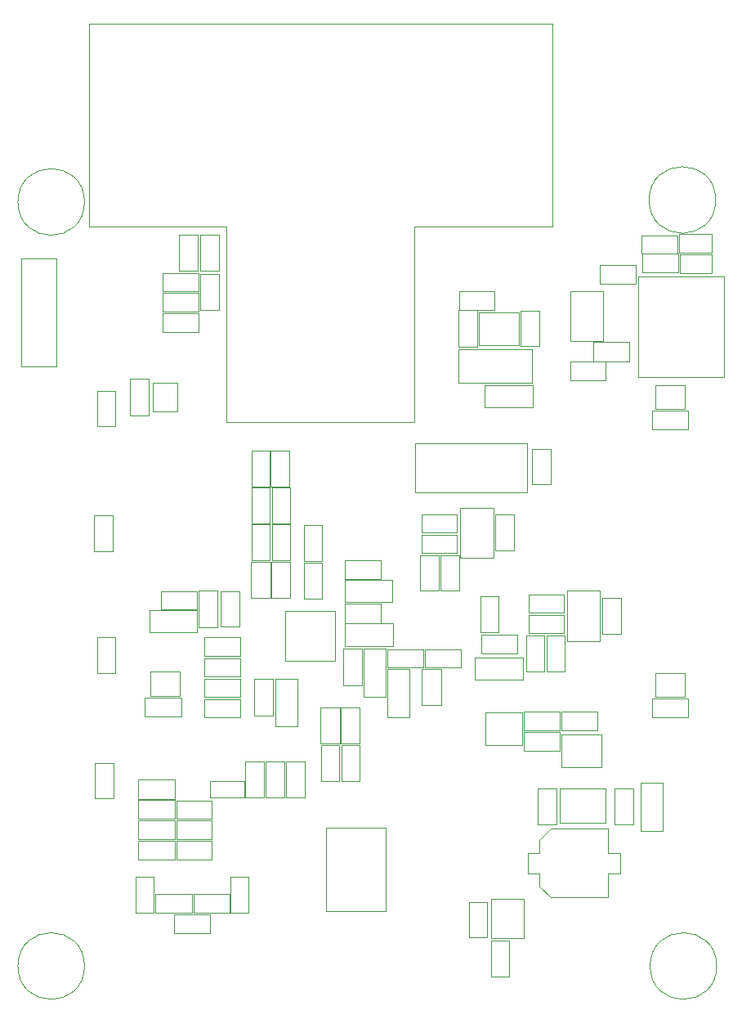
<source format=gbr>
G04 #@! TF.GenerationSoftware,KiCad,Pcbnew,8.0.4*
G04 #@! TF.CreationDate,2025-04-22T14:39:34+02:00*
G04 #@! TF.ProjectId,MarvinProjekt,4d617276-696e-4507-926f-6a656b742e6b,rev?*
G04 #@! TF.SameCoordinates,Original*
G04 #@! TF.FileFunction,Other,User*
%FSLAX46Y46*%
G04 Gerber Fmt 4.6, Leading zero omitted, Abs format (unit mm)*
G04 Created by KiCad (PCBNEW 8.0.4) date 2025-04-22 14:39:34*
%MOMM*%
%LPD*%
G01*
G04 APERTURE LIST*
%ADD10C,0.050000*%
G04 APERTURE END LIST*
D10*
G04 #@! TO.C,C15*
X113950000Y-135957500D02*
X116250000Y-135957500D01*
X113950000Y-140917500D02*
X113950000Y-135957500D01*
X116250000Y-135957500D02*
X116250000Y-140917500D01*
X116250000Y-140917500D02*
X113950000Y-140917500D01*
G04 #@! TO.C,C9*
X123050000Y-132857500D02*
X125350000Y-132857500D01*
X123050000Y-137817500D02*
X123050000Y-132857500D01*
X125350000Y-132857500D02*
X125350000Y-137817500D01*
X125350000Y-137817500D02*
X123050000Y-137817500D01*
G04 #@! TO.C,R24*
X103650000Y-150650000D02*
X107350000Y-150650000D01*
X103650000Y-152550000D02*
X103650000Y-150650000D01*
X107350000Y-150650000D02*
X107350000Y-152550000D01*
X107350000Y-152550000D02*
X103650000Y-152550000D01*
G04 #@! TO.C,R41*
X151887500Y-90050000D02*
X155587500Y-90050000D01*
X151887500Y-91950000D02*
X151887500Y-90050000D01*
X155587500Y-90050000D02*
X155587500Y-91950000D01*
X155587500Y-91950000D02*
X151887500Y-91950000D01*
G04 #@! TO.C,R46*
X95250000Y-144650000D02*
X97150000Y-144650000D01*
X95250000Y-148350000D02*
X95250000Y-144650000D01*
X97150000Y-144650000D02*
X97150000Y-148350000D01*
X97150000Y-148350000D02*
X95250000Y-148350000D01*
G04 #@! TO.C,R16*
X111450000Y-112350000D02*
X113350000Y-112350000D01*
X111450000Y-116050000D02*
X111450000Y-112350000D01*
X113350000Y-112350000D02*
X113350000Y-116050000D01*
X113350000Y-116050000D02*
X111450000Y-116050000D01*
G04 #@! TO.C,R7*
X129450000Y-132887500D02*
X133150000Y-132887500D01*
X129450000Y-134787500D02*
X129450000Y-132887500D01*
X133150000Y-132887500D02*
X133150000Y-134787500D01*
X133150000Y-134787500D02*
X129450000Y-134787500D01*
G04 #@! TO.C,R21*
X133950000Y-159050000D02*
X135850000Y-159050000D01*
X133950000Y-162750000D02*
X133950000Y-159050000D01*
X135850000Y-159050000D02*
X135850000Y-162750000D01*
X135850000Y-162750000D02*
X133950000Y-162750000D01*
G04 #@! TO.C,C40*
X136720000Y-118957500D02*
X138680000Y-118957500D01*
X136720000Y-122717500D02*
X136720000Y-118957500D01*
X138680000Y-118957500D02*
X138680000Y-122717500D01*
X138680000Y-122717500D02*
X136720000Y-122717500D01*
G04 #@! TO.C,R29*
X131050000Y-123150000D02*
X132950000Y-123150000D01*
X131050000Y-126850000D02*
X131050000Y-123150000D01*
X132950000Y-123150000D02*
X132950000Y-126850000D01*
X132950000Y-126850000D02*
X131050000Y-126850000D01*
G04 #@! TO.C,C14*
X121120000Y-130250000D02*
X126080000Y-130250000D01*
X121120000Y-132550000D02*
X121120000Y-130250000D01*
X126080000Y-130250000D02*
X126080000Y-132550000D01*
X126080000Y-132550000D02*
X121120000Y-132550000D01*
G04 #@! TO.C,U6*
X132850000Y-101850000D02*
X132850000Y-105350000D01*
X132850000Y-105350000D02*
X140550000Y-105350000D01*
X140550000Y-101850000D02*
X132850000Y-101850000D01*
X140550000Y-105350000D02*
X140550000Y-101850000D01*
G04 #@! TO.C,U12*
X153280000Y-135350000D02*
X153280000Y-137850000D01*
X153280000Y-137850000D02*
X156320000Y-137850000D01*
X156320000Y-135350000D02*
X153280000Y-135350000D01*
X156320000Y-137850000D02*
X156320000Y-135350000D01*
G04 #@! TO.C,R20*
X118650000Y-142850000D02*
X120550000Y-142850000D01*
X118650000Y-146550000D02*
X118650000Y-142850000D01*
X120550000Y-142850000D02*
X120550000Y-146550000D01*
X120550000Y-146550000D02*
X118650000Y-146550000D01*
G04 #@! TO.C,R17*
X116850000Y-120087500D02*
X118750000Y-120087500D01*
X116850000Y-123787500D02*
X116850000Y-120087500D01*
X118750000Y-120087500D02*
X118750000Y-123787500D01*
X118750000Y-123787500D02*
X116850000Y-123787500D01*
G04 #@! TO.C,R39*
X129050000Y-121050000D02*
X132750000Y-121050000D01*
X129050000Y-122950000D02*
X129050000Y-121050000D01*
X132750000Y-121050000D02*
X132750000Y-122950000D01*
X132750000Y-122950000D02*
X129050000Y-122950000D01*
G04 #@! TO.C,D2*
X144150000Y-126837500D02*
X144150000Y-132037500D01*
X144150000Y-126837500D02*
X147550000Y-126837500D01*
X147550000Y-132037500D02*
X144150000Y-132037500D01*
X147550000Y-132037500D02*
X147550000Y-126837500D01*
G04 #@! TO.C,U2*
X114900000Y-128937500D02*
X114900000Y-134137500D01*
X114900000Y-134137500D02*
X120100000Y-134137500D01*
X120100000Y-128937500D02*
X114900000Y-128937500D01*
X120100000Y-134137500D02*
X120100000Y-128937500D01*
G04 #@! TO.C,X1*
X151550000Y-104720000D02*
X160450000Y-104720000D01*
X160450000Y-94320000D01*
X151550000Y-94320000D01*
X151550000Y-104720000D01*
G04 #@! TO.C,R18*
X116850000Y-123987500D02*
X118750000Y-123987500D01*
X116850000Y-127687500D02*
X116850000Y-123987500D01*
X118750000Y-123987500D02*
X118750000Y-127687500D01*
X118750000Y-127687500D02*
X116850000Y-127687500D01*
G04 #@! TO.C,R3*
X102250000Y-93950000D02*
X105950000Y-93950000D01*
X102250000Y-95850000D02*
X102250000Y-93950000D01*
X105950000Y-93950000D02*
X105950000Y-95850000D01*
X105950000Y-95850000D02*
X102250000Y-95850000D01*
G04 #@! TO.C,R42*
X140550000Y-112150000D02*
X142450000Y-112150000D01*
X140550000Y-115850000D02*
X140550000Y-112150000D01*
X142450000Y-112150000D02*
X142450000Y-115850000D01*
X142450000Y-115850000D02*
X140550000Y-115850000D01*
G04 #@! TO.C,C13*
X121082500Y-125750000D02*
X126042500Y-125750000D01*
X121082500Y-128050000D02*
X121082500Y-125750000D01*
X126042500Y-125750000D02*
X126042500Y-128050000D01*
X126042500Y-128050000D02*
X121082500Y-128050000D01*
G04 #@! TO.C,R38*
X151950000Y-91950000D02*
X155650000Y-91950000D01*
X151950000Y-93850000D02*
X151950000Y-91950000D01*
X155650000Y-91950000D02*
X155650000Y-93850000D01*
X155650000Y-93850000D02*
X151950000Y-93850000D01*
G04 #@! TO.C,C42*
X100420000Y-137920000D02*
X104180000Y-137920000D01*
X100420000Y-139880000D02*
X100420000Y-137920000D01*
X104180000Y-137920000D02*
X104180000Y-139880000D01*
X104180000Y-139880000D02*
X100420000Y-139880000D01*
G04 #@! TO.C,R25*
X99450000Y-156450000D02*
X101350000Y-156450000D01*
X99450000Y-160150000D02*
X99450000Y-156450000D01*
X101350000Y-156450000D02*
X101350000Y-160150000D01*
X101350000Y-160150000D02*
X99450000Y-160150000D01*
G04 #@! TO.C,R12*
X106550000Y-131687500D02*
X110250000Y-131687500D01*
X106550000Y-133587500D02*
X106550000Y-131687500D01*
X110250000Y-131687500D02*
X110250000Y-133587500D01*
X110250000Y-133587500D02*
X106550000Y-133587500D01*
G04 #@! TO.C,D5*
X155757500Y-89950000D02*
X159117500Y-89950000D01*
X155757500Y-91850000D02*
X155757500Y-89950000D01*
X159117500Y-89950000D02*
X159117500Y-91850000D01*
X159117500Y-91850000D02*
X155757500Y-91850000D01*
G04 #@! TO.C,C21*
X151800000Y-146720000D02*
X154100000Y-146720000D01*
X151800000Y-151680000D02*
X151800000Y-146720000D01*
X154100000Y-146720000D02*
X154100000Y-151680000D01*
X154100000Y-151680000D02*
X151800000Y-151680000D01*
G04 #@! TO.C,C34*
X134620000Y-133750000D02*
X139580000Y-133750000D01*
X134620000Y-136050000D02*
X134620000Y-133750000D01*
X139580000Y-133750000D02*
X139580000Y-136050000D01*
X139580000Y-136050000D02*
X134620000Y-136050000D01*
G04 #@! TO.C,R35*
X139350000Y-97850000D02*
X141250000Y-97850000D01*
X139350000Y-101550000D02*
X139350000Y-97850000D01*
X141250000Y-97850000D02*
X141250000Y-101550000D01*
X141250000Y-101550000D02*
X139350000Y-101550000D01*
G04 #@! TO.C,R2*
X144450000Y-103150000D02*
X148150000Y-103150000D01*
X144450000Y-105050000D02*
X144450000Y-103150000D01*
X148150000Y-103150000D02*
X148150000Y-105050000D01*
X148150000Y-105050000D02*
X144450000Y-105050000D01*
G04 #@! TO.C,R1*
X147550000Y-93150000D02*
X151250000Y-93150000D01*
X147550000Y-95050000D02*
X147550000Y-93150000D01*
X151250000Y-93150000D02*
X151250000Y-95050000D01*
X151250000Y-95050000D02*
X147550000Y-95050000D01*
G04 #@! TO.C,R51*
X113450000Y-112350000D02*
X115350000Y-112350000D01*
X113450000Y-116050000D02*
X113450000Y-112350000D01*
X115350000Y-112350000D02*
X115350000Y-116050000D01*
X115350000Y-116050000D02*
X113450000Y-116050000D01*
G04 #@! TO.C,C37*
X149070000Y-147320000D02*
X151030000Y-147320000D01*
X149070000Y-151080000D02*
X149070000Y-147320000D01*
X151030000Y-147320000D02*
X151030000Y-151080000D01*
X151030000Y-151080000D02*
X149070000Y-151080000D01*
G04 #@! TO.C,R10*
X111450000Y-116187500D02*
X113350000Y-116187500D01*
X111450000Y-119887500D02*
X111450000Y-116187500D01*
X113350000Y-116187500D02*
X113350000Y-119887500D01*
X113350000Y-119887500D02*
X111450000Y-119887500D01*
G04 #@! TO.C,R31*
X139900000Y-131487500D02*
X141800000Y-131487500D01*
X139900000Y-135187500D02*
X139900000Y-131487500D01*
X141800000Y-131487500D02*
X141800000Y-135187500D01*
X141800000Y-135187500D02*
X139900000Y-135187500D01*
G04 #@! TO.C,C23*
X115020000Y-144520000D02*
X116980000Y-144520000D01*
X115020000Y-148280000D02*
X115020000Y-144520000D01*
X116980000Y-144520000D02*
X116980000Y-148280000D01*
X116980000Y-148280000D02*
X115020000Y-148280000D01*
G04 #@! TO.C,C19*
X120720000Y-138920000D02*
X122680000Y-138920000D01*
X120720000Y-142680000D02*
X120720000Y-138920000D01*
X122680000Y-138920000D02*
X122680000Y-142680000D01*
X122680000Y-142680000D02*
X120720000Y-142680000D01*
G04 #@! TO.C,J2*
X87600000Y-92460000D02*
X87600000Y-103660000D01*
X87600000Y-103660000D02*
X91200000Y-103660000D01*
X91200000Y-92460000D02*
X87600000Y-92460000D01*
X91200000Y-103660000D02*
X91200000Y-92460000D01*
G04 #@! TO.C,R5*
X102087500Y-126887500D02*
X105787500Y-126887500D01*
X102087500Y-128787500D02*
X102087500Y-126887500D01*
X105787500Y-126887500D02*
X105787500Y-128787500D01*
X105787500Y-128787500D02*
X102087500Y-128787500D01*
G04 #@! TO.C,R30*
X135150000Y-127450000D02*
X137050000Y-127450000D01*
X135150000Y-131150000D02*
X135150000Y-127450000D01*
X137050000Y-127450000D02*
X137050000Y-131150000D01*
X137050000Y-131150000D02*
X135150000Y-131150000D01*
G04 #@! TO.C,REF\u002A\u002A*
X94150000Y-86600000D02*
G75*
G02*
X87250000Y-86600000I-3450000J0D01*
G01*
X87250000Y-86600000D02*
G75*
G02*
X94150000Y-86600000I3450000J0D01*
G01*
G04 #@! TO.C,C31*
X105420000Y-158220000D02*
X109180000Y-158220000D01*
X105420000Y-160180000D02*
X105420000Y-158220000D01*
X109180000Y-158220000D02*
X109180000Y-160180000D01*
X109180000Y-160180000D02*
X105420000Y-160180000D01*
G04 #@! TO.C,C17*
X121120000Y-128220000D02*
X124880000Y-128220000D01*
X121120000Y-130180000D02*
X121120000Y-128220000D01*
X124880000Y-128220000D02*
X124880000Y-130180000D01*
X124880000Y-130180000D02*
X121120000Y-130180000D01*
G04 #@! TO.C,C7*
X120920000Y-132857500D02*
X122880000Y-132857500D01*
X120920000Y-136617500D02*
X120920000Y-132857500D01*
X122880000Y-132857500D02*
X122880000Y-136617500D01*
X122880000Y-136617500D02*
X120920000Y-136617500D01*
G04 #@! TO.C,C24*
X112920000Y-144482500D02*
X114880000Y-144482500D01*
X112920000Y-148242500D02*
X112920000Y-144482500D01*
X114880000Y-144482500D02*
X114880000Y-148242500D01*
X114880000Y-148242500D02*
X112920000Y-148242500D01*
G04 #@! TO.C,C36*
X135620000Y-105550000D02*
X140580000Y-105550000D01*
X135620000Y-107850000D02*
X135620000Y-105550000D01*
X140580000Y-105550000D02*
X140580000Y-107850000D01*
X140580000Y-107850000D02*
X135620000Y-107850000D01*
G04 #@! TO.C,R48*
X139687500Y-141500000D02*
X143387500Y-141500000D01*
X139687500Y-143400000D02*
X139687500Y-141500000D01*
X143387500Y-141500000D02*
X143387500Y-143400000D01*
X143387500Y-143400000D02*
X139687500Y-143400000D01*
G04 #@! TO.C,R33*
X102250000Y-98150000D02*
X105950000Y-98150000D01*
X102250000Y-100050000D02*
X102250000Y-98150000D01*
X105950000Y-98150000D02*
X105950000Y-100050000D01*
X105950000Y-100050000D02*
X102250000Y-100050000D01*
G04 #@! TO.C,R8*
X111450000Y-119987500D02*
X113350000Y-119987500D01*
X111450000Y-123687500D02*
X111450000Y-119987500D01*
X113350000Y-119987500D02*
X113350000Y-123687500D01*
X113350000Y-123687500D02*
X111450000Y-123687500D01*
G04 #@! TO.C,R11*
X113550000Y-116187500D02*
X115450000Y-116187500D01*
X113550000Y-119887500D02*
X113550000Y-116187500D01*
X115450000Y-116187500D02*
X115450000Y-119887500D01*
X115450000Y-119887500D02*
X113550000Y-119887500D01*
G04 #@! TO.C,U1*
X94600000Y-68190000D02*
X94600000Y-89190000D01*
X94600000Y-89190000D02*
X108850000Y-89190000D01*
X108850000Y-109390000D02*
X108850000Y-89190000D01*
X108850000Y-109390000D02*
X128350000Y-109390000D01*
X128350000Y-89190000D02*
X128350000Y-109390000D01*
X128350000Y-89190000D02*
X142600000Y-89190000D01*
X142600000Y-68190000D02*
X94600000Y-68190000D01*
X142600000Y-89190000D02*
X142600000Y-68190000D01*
G04 #@! TO.C,C2*
X103920000Y-89982500D02*
X105880000Y-89982500D01*
X103920000Y-93742500D02*
X103920000Y-89982500D01*
X105880000Y-89982500D02*
X105880000Y-93742500D01*
X105880000Y-93742500D02*
X103920000Y-93742500D01*
G04 #@! TO.C,C35*
X132920000Y-97820000D02*
X134880000Y-97820000D01*
X132920000Y-101580000D02*
X132920000Y-97820000D01*
X134880000Y-97820000D02*
X134880000Y-101580000D01*
X134880000Y-101580000D02*
X132920000Y-101580000D01*
G04 #@! TO.C,R15*
X106550000Y-135950000D02*
X110250000Y-135950000D01*
X106550000Y-137850000D02*
X106550000Y-135950000D01*
X110250000Y-135950000D02*
X110250000Y-137850000D01*
X110250000Y-137850000D02*
X106550000Y-137850000D01*
G04 #@! TO.C,C6*
X100857500Y-128887500D02*
X105817500Y-128887500D01*
X100857500Y-131187500D02*
X100857500Y-128887500D01*
X105817500Y-128887500D02*
X105817500Y-131187500D01*
X105817500Y-131187500D02*
X100857500Y-131187500D01*
G04 #@! TO.C,C29*
X99720000Y-150620000D02*
X103480000Y-150620000D01*
X99720000Y-152580000D02*
X99720000Y-150620000D01*
X103480000Y-150620000D02*
X103480000Y-152580000D01*
X103480000Y-152580000D02*
X99720000Y-152580000D01*
G04 #@! TO.C,U13*
X153280000Y-105550000D02*
X153280000Y-108050000D01*
X153280000Y-108050000D02*
X156320000Y-108050000D01*
X156320000Y-105550000D02*
X153280000Y-105550000D01*
X156320000Y-108050000D02*
X156320000Y-105550000D01*
G04 #@! TO.C,REF\u002A\u002A*
X159650000Y-165700000D02*
G75*
G02*
X152750000Y-165700000I-3450000J0D01*
G01*
X152750000Y-165700000D02*
G75*
G02*
X159650000Y-165700000I3450000J0D01*
G01*
G04 #@! TO.C,C4*
X106120000Y-94020000D02*
X108080000Y-94020000D01*
X106120000Y-97780000D02*
X106120000Y-94020000D01*
X108080000Y-94020000D02*
X108080000Y-97780000D01*
X108080000Y-97780000D02*
X106120000Y-97780000D01*
G04 #@! TO.C,D1*
X144500000Y-95800000D02*
X144500000Y-101000000D01*
X144500000Y-95800000D02*
X147900000Y-95800000D01*
X147900000Y-101000000D02*
X144500000Y-101000000D01*
X147900000Y-101000000D02*
X147900000Y-95800000D01*
G04 #@! TO.C,R4*
X108287500Y-126887500D02*
X110187500Y-126887500D01*
X108287500Y-130587500D02*
X108287500Y-126887500D01*
X110187500Y-126887500D02*
X110187500Y-130587500D01*
X110187500Y-130587500D02*
X108287500Y-130587500D01*
G04 #@! TO.C,U11*
X100980000Y-135250000D02*
X100980000Y-137750000D01*
X100980000Y-137750000D02*
X104020000Y-137750000D01*
X104020000Y-135250000D02*
X100980000Y-135250000D01*
X104020000Y-137750000D02*
X104020000Y-135250000D01*
G04 #@! TO.C,Q2*
X143587500Y-141750000D02*
X143587500Y-145150000D01*
X143587500Y-145150000D02*
X147687500Y-145150000D01*
X147687500Y-141750000D02*
X143587500Y-141750000D01*
X147687500Y-145150000D02*
X147687500Y-141750000D01*
G04 #@! TO.C,D3*
X133100000Y-118237500D02*
X133100000Y-123437500D01*
X133100000Y-118237500D02*
X136500000Y-118237500D01*
X136500000Y-123437500D02*
X133100000Y-123437500D01*
X136500000Y-123437500D02*
X136500000Y-118237500D01*
G04 #@! TO.C,C32*
X103420000Y-160320000D02*
X107180000Y-160320000D01*
X103420000Y-162280000D02*
X103420000Y-160320000D01*
X107180000Y-160320000D02*
X107180000Y-162280000D01*
X107180000Y-162280000D02*
X103420000Y-162280000D01*
G04 #@! TO.C,R9*
X113550000Y-119987500D02*
X115450000Y-119987500D01*
X113550000Y-123687500D02*
X113550000Y-119987500D01*
X115450000Y-119987500D02*
X115450000Y-123687500D01*
X115450000Y-123687500D02*
X113550000Y-123687500D01*
G04 #@! TO.C,U7*
X128390000Y-111560000D02*
X128390000Y-116640000D01*
X128390000Y-116640000D02*
X140030000Y-116640000D01*
X140030000Y-111560000D02*
X128390000Y-111560000D01*
X140030000Y-116640000D02*
X140030000Y-111560000D01*
G04 #@! TO.C,U5*
X135050000Y-98000000D02*
X135050000Y-101400000D01*
X135050000Y-101400000D02*
X139150000Y-101400000D01*
X139150000Y-98000000D02*
X135050000Y-98000000D01*
X139150000Y-101400000D02*
X139150000Y-98000000D01*
G04 #@! TO.C,C28*
X99720000Y-152720000D02*
X103480000Y-152720000D01*
X99720000Y-154680000D02*
X99720000Y-152720000D01*
X103480000Y-152720000D02*
X103480000Y-154680000D01*
X103480000Y-154680000D02*
X99720000Y-154680000D01*
G04 #@! TO.C,C41*
X98820000Y-104920000D02*
X100780000Y-104920000D01*
X98820000Y-108680000D02*
X98820000Y-104920000D01*
X100780000Y-104920000D02*
X100780000Y-108680000D01*
X100780000Y-108680000D02*
X98820000Y-108680000D01*
G04 #@! TO.C,R32*
X142000000Y-131487500D02*
X143900000Y-131487500D01*
X142000000Y-135187500D02*
X142000000Y-131487500D01*
X143900000Y-131487500D02*
X143900000Y-135187500D01*
X143900000Y-135187500D02*
X142000000Y-135187500D01*
G04 #@! TO.C,R19*
X120750000Y-142850000D02*
X122650000Y-142850000D01*
X120750000Y-146550000D02*
X120750000Y-142850000D01*
X122650000Y-142850000D02*
X122650000Y-146550000D01*
X122650000Y-146550000D02*
X120750000Y-146550000D01*
G04 #@! TO.C,Q1*
X136300000Y-158750000D02*
X136300000Y-162850000D01*
X136300000Y-162850000D02*
X139700000Y-162850000D01*
X139700000Y-158750000D02*
X136300000Y-158750000D01*
X139700000Y-162850000D02*
X139700000Y-158750000D01*
G04 #@! TO.C,C43*
X152920000Y-138020000D02*
X156680000Y-138020000D01*
X152920000Y-139980000D02*
X152920000Y-138020000D01*
X156680000Y-138020000D02*
X156680000Y-139980000D01*
X156680000Y-139980000D02*
X152920000Y-139980000D01*
G04 #@! TO.C,U8*
X143370000Y-147300000D02*
X143370000Y-150900000D01*
X143370000Y-147300000D02*
X148130000Y-147300000D01*
X148130000Y-150900000D02*
X143370000Y-150900000D01*
X148130000Y-150900000D02*
X148130000Y-147300000D01*
G04 #@! TO.C,R43*
X95150000Y-119050000D02*
X97050000Y-119050000D01*
X95150000Y-122750000D02*
X95150000Y-119050000D01*
X97050000Y-119050000D02*
X97050000Y-122750000D01*
X97050000Y-122750000D02*
X95150000Y-122750000D01*
G04 #@! TO.C,C26*
X99720000Y-148520000D02*
X103480000Y-148520000D01*
X99720000Y-150480000D02*
X99720000Y-148520000D01*
X103480000Y-148520000D02*
X103480000Y-150480000D01*
X103480000Y-150480000D02*
X99720000Y-150480000D01*
G04 #@! TO.C,R44*
X95450000Y-131650000D02*
X97350000Y-131650000D01*
X95450000Y-135350000D02*
X95450000Y-131650000D01*
X97350000Y-131650000D02*
X97350000Y-135350000D01*
X97350000Y-135350000D02*
X95450000Y-135350000D01*
G04 #@! TO.C,R26*
X109250000Y-156450000D02*
X111150000Y-156450000D01*
X109250000Y-160150000D02*
X109250000Y-156450000D01*
X111150000Y-156450000D02*
X111150000Y-160150000D01*
X111150000Y-160150000D02*
X109250000Y-160150000D01*
G04 #@! TO.C,C44*
X152920000Y-108220000D02*
X156680000Y-108220000D01*
X152920000Y-110180000D02*
X152920000Y-108220000D01*
X156680000Y-108220000D02*
X156680000Y-110180000D01*
X156680000Y-110180000D02*
X152920000Y-110180000D01*
G04 #@! TO.C,REF\u002A\u002A*
X94150000Y-165700000D02*
G75*
G02*
X87250000Y-165700000I-3450000J0D01*
G01*
X87250000Y-165700000D02*
G75*
G02*
X94150000Y-165700000I3450000J0D01*
G01*
G04 #@! TO.C,J1*
X119200000Y-151360000D02*
X119200000Y-160010000D01*
X119200000Y-160010000D02*
X125350000Y-160010000D01*
X125350000Y-151360000D02*
X119200000Y-151360000D01*
X125350000Y-160010000D02*
X125350000Y-151360000D01*
G04 #@! TO.C,C25*
X110820000Y-144482500D02*
X112780000Y-144482500D01*
X110820000Y-148242500D02*
X110820000Y-144482500D01*
X112780000Y-144482500D02*
X112780000Y-148242500D01*
X112780000Y-148242500D02*
X110820000Y-148242500D01*
G04 #@! TO.C,C12*
X111420000Y-123857500D02*
X113380000Y-123857500D01*
X111420000Y-127617500D02*
X111420000Y-123857500D01*
X113380000Y-123857500D02*
X113380000Y-127617500D01*
X113380000Y-127617500D02*
X111420000Y-127617500D01*
G04 #@! TO.C,R27*
X102250000Y-96050000D02*
X105950000Y-96050000D01*
X102250000Y-97950000D02*
X102250000Y-96050000D01*
X105950000Y-96050000D02*
X105950000Y-97950000D01*
X105950000Y-97950000D02*
X102250000Y-97950000D01*
G04 #@! TO.C,R13*
X106550000Y-133837500D02*
X110250000Y-133837500D01*
X106550000Y-135737500D02*
X106550000Y-133837500D01*
X110250000Y-133837500D02*
X110250000Y-135737500D01*
X110250000Y-135737500D02*
X106550000Y-135737500D01*
G04 #@! TO.C,R50*
X139687500Y-139400000D02*
X143387500Y-139400000D01*
X139687500Y-141300000D02*
X139687500Y-139400000D01*
X143387500Y-139400000D02*
X143387500Y-141300000D01*
X143387500Y-141300000D02*
X139687500Y-141300000D01*
G04 #@! TO.C,R45*
X95450000Y-106150000D02*
X97350000Y-106150000D01*
X95450000Y-109850000D02*
X95450000Y-106150000D01*
X97350000Y-106150000D02*
X97350000Y-109850000D01*
X97350000Y-109850000D02*
X95450000Y-109850000D01*
G04 #@! TO.C,R34*
X132950000Y-95850000D02*
X136650000Y-95850000D01*
X132950000Y-97750000D02*
X132950000Y-95850000D01*
X136650000Y-95850000D02*
X136650000Y-97750000D01*
X136650000Y-97750000D02*
X132950000Y-97750000D01*
G04 #@! TO.C,R6*
X125550000Y-132887500D02*
X129250000Y-132887500D01*
X125550000Y-134787500D02*
X125550000Y-132887500D01*
X129250000Y-132887500D02*
X129250000Y-134787500D01*
X129250000Y-134787500D02*
X125550000Y-134787500D01*
G04 #@! TO.C,C20*
X118620000Y-138920000D02*
X120580000Y-138920000D01*
X118620000Y-142680000D02*
X118620000Y-138920000D01*
X120580000Y-138920000D02*
X120580000Y-142680000D01*
X120580000Y-142680000D02*
X118620000Y-142680000D01*
G04 #@! TO.C,R49*
X143587500Y-139400000D02*
X147287500Y-139400000D01*
X143587500Y-141300000D02*
X143587500Y-139400000D01*
X147287500Y-139400000D02*
X147287500Y-141300000D01*
X147287500Y-141300000D02*
X143587500Y-141300000D01*
G04 #@! TO.C,C11*
X113520000Y-123857500D02*
X115480000Y-123857500D01*
X113520000Y-127617500D02*
X113520000Y-123857500D01*
X115480000Y-123857500D02*
X115480000Y-127617500D01*
X115480000Y-127617500D02*
X113520000Y-127617500D01*
G04 #@! TO.C,C5*
X105957500Y-126857500D02*
X107917500Y-126857500D01*
X105957500Y-130617500D02*
X105957500Y-126857500D01*
X107917500Y-126857500D02*
X107917500Y-130617500D01*
X107917500Y-130617500D02*
X105957500Y-130617500D01*
G04 #@! TO.C,R14*
X106550000Y-138050000D02*
X110250000Y-138050000D01*
X106550000Y-139950000D02*
X106550000Y-138050000D01*
X110250000Y-138050000D02*
X110250000Y-139950000D01*
X110250000Y-139950000D02*
X106550000Y-139950000D01*
G04 #@! TO.C,R47*
X136250000Y-163050000D02*
X138150000Y-163050000D01*
X136250000Y-166750000D02*
X136250000Y-163050000D01*
X138150000Y-163050000D02*
X138150000Y-166750000D01*
X138150000Y-166750000D02*
X136250000Y-166750000D01*
G04 #@! TO.C,C16*
X121120000Y-123720000D02*
X124880000Y-123720000D01*
X121120000Y-125680000D02*
X121120000Y-123720000D01*
X124880000Y-123720000D02*
X124880000Y-125680000D01*
X124880000Y-125680000D02*
X121120000Y-125680000D01*
G04 #@! TO.C,FB1*
X107187500Y-146550000D02*
X110687500Y-146550000D01*
X107187500Y-148250000D02*
X107187500Y-146550000D01*
X110687500Y-146550000D02*
X110687500Y-148250000D01*
X110687500Y-148250000D02*
X107187500Y-148250000D01*
G04 #@! TO.C,R40*
X129050000Y-118950000D02*
X132750000Y-118950000D01*
X129050000Y-120850000D02*
X129050000Y-118950000D01*
X132750000Y-118950000D02*
X132750000Y-120850000D01*
X132750000Y-120850000D02*
X129050000Y-120850000D01*
G04 #@! TO.C,REF\u002A\u002A*
X159550000Y-86400000D02*
G75*
G02*
X152650000Y-86400000I-3450000J0D01*
G01*
X152650000Y-86400000D02*
G75*
G02*
X159550000Y-86400000I3450000J0D01*
G01*
G04 #@! TO.C,C1*
X146820000Y-101120000D02*
X150580000Y-101120000D01*
X146820000Y-103080000D02*
X146820000Y-101120000D01*
X150580000Y-101120000D02*
X150580000Y-103080000D01*
X150580000Y-103080000D02*
X146820000Y-103080000D01*
G04 #@! TO.C,C39*
X140050000Y-153987500D02*
X140050000Y-156087500D01*
X140050000Y-156087500D02*
X141300000Y-156087500D01*
X141300000Y-152637500D02*
X141300000Y-153987500D01*
X141300000Y-152637500D02*
X142450000Y-151487500D01*
X141300000Y-153987500D02*
X140050000Y-153987500D01*
X141300000Y-156087500D02*
X141300000Y-157437500D01*
X141300000Y-157437500D02*
X142450000Y-158587500D01*
X142450000Y-151487500D02*
X148400000Y-151487500D01*
X142450000Y-158587500D02*
X148400000Y-158587500D01*
X148400000Y-151487500D02*
X148400000Y-153987500D01*
X148400000Y-153987500D02*
X149650000Y-153987500D01*
X148400000Y-156087500D02*
X148400000Y-158587500D01*
X149650000Y-153987500D02*
X149650000Y-156087500D01*
X149650000Y-156087500D02*
X148400000Y-156087500D01*
G04 #@! TO.C,R37*
X140150000Y-127250000D02*
X143850000Y-127250000D01*
X140150000Y-129150000D02*
X140150000Y-127250000D01*
X143850000Y-127250000D02*
X143850000Y-129150000D01*
X143850000Y-129150000D02*
X140150000Y-129150000D01*
G04 #@! TO.C,C3*
X106120000Y-89982500D02*
X108080000Y-89982500D01*
X106120000Y-93742500D02*
X106120000Y-89982500D01*
X108080000Y-89982500D02*
X108080000Y-93742500D01*
X108080000Y-93742500D02*
X106120000Y-93742500D01*
G04 #@! TO.C,C10*
X125550000Y-134957500D02*
X127850000Y-134957500D01*
X125550000Y-139917500D02*
X125550000Y-134957500D01*
X127850000Y-134957500D02*
X127850000Y-139917500D01*
X127850000Y-139917500D02*
X125550000Y-139917500D01*
G04 #@! TO.C,R36*
X140150000Y-129350000D02*
X143850000Y-129350000D01*
X140150000Y-131250000D02*
X140150000Y-129350000D01*
X143850000Y-129350000D02*
X143850000Y-131250000D01*
X143850000Y-131250000D02*
X140150000Y-131250000D01*
G04 #@! TO.C,C8*
X129120000Y-134920000D02*
X131080000Y-134920000D01*
X129120000Y-138680000D02*
X129120000Y-134920000D01*
X131080000Y-134920000D02*
X131080000Y-138680000D01*
X131080000Y-138680000D02*
X129120000Y-138680000D01*
G04 #@! TO.C,C22*
X147770000Y-127557500D02*
X149730000Y-127557500D01*
X147770000Y-131317500D02*
X147770000Y-127557500D01*
X149730000Y-127557500D02*
X149730000Y-131317500D01*
X149730000Y-131317500D02*
X147770000Y-131317500D01*
G04 #@! TO.C,R28*
X128950000Y-123150000D02*
X130850000Y-123150000D01*
X128950000Y-126850000D02*
X128950000Y-123150000D01*
X130850000Y-123150000D02*
X130850000Y-126850000D01*
X130850000Y-126850000D02*
X128950000Y-126850000D01*
G04 #@! TO.C,Q3*
X135655000Y-139450000D02*
X135655000Y-142850000D01*
X135655000Y-142850000D02*
X139495000Y-142850000D01*
X139495000Y-139450000D02*
X135655000Y-139450000D01*
X139495000Y-142850000D02*
X139495000Y-139450000D01*
G04 #@! TO.C,C30*
X101520000Y-158220000D02*
X105280000Y-158220000D01*
X101520000Y-160180000D02*
X101520000Y-158220000D01*
X105280000Y-158220000D02*
X105280000Y-160180000D01*
X105280000Y-160180000D02*
X101520000Y-160180000D01*
G04 #@! TO.C,U9*
X101250000Y-105280000D02*
X101250000Y-108320000D01*
X101250000Y-108320000D02*
X103750000Y-108320000D01*
X103750000Y-105280000D02*
X101250000Y-105280000D01*
X103750000Y-108320000D02*
X103750000Y-105280000D01*
G04 #@! TO.C,R23*
X103650000Y-152750000D02*
X107350000Y-152750000D01*
X103650000Y-154650000D02*
X103650000Y-152750000D01*
X107350000Y-152750000D02*
X107350000Y-154650000D01*
X107350000Y-154650000D02*
X103650000Y-154650000D01*
G04 #@! TO.C,R22*
X103650000Y-148550000D02*
X107350000Y-148550000D01*
X103650000Y-150450000D02*
X103650000Y-148550000D01*
X107350000Y-148550000D02*
X107350000Y-150450000D01*
X107350000Y-150450000D02*
X103650000Y-150450000D01*
G04 #@! TO.C,C18*
X111720000Y-135995000D02*
X113680000Y-135995000D01*
X111720000Y-139755000D02*
X111720000Y-135995000D01*
X113680000Y-135995000D02*
X113680000Y-139755000D01*
X113680000Y-139755000D02*
X111720000Y-139755000D01*
G04 #@! TO.C,C33*
X135220000Y-131420000D02*
X138980000Y-131420000D01*
X135220000Y-133380000D02*
X135220000Y-131420000D01*
X138980000Y-131420000D02*
X138980000Y-133380000D01*
X138980000Y-133380000D02*
X135220000Y-133380000D01*
G04 #@! TO.C,C27*
X99720000Y-146420000D02*
X103480000Y-146420000D01*
X99720000Y-148380000D02*
X99720000Y-146420000D01*
X103480000Y-146420000D02*
X103480000Y-148380000D01*
X103480000Y-148380000D02*
X99720000Y-148380000D01*
G04 #@! TO.C,C38*
X141070000Y-147320000D02*
X143030000Y-147320000D01*
X141070000Y-151080000D02*
X141070000Y-147320000D01*
X143030000Y-147320000D02*
X143030000Y-151080000D01*
X143030000Y-151080000D02*
X141070000Y-151080000D01*
G04 #@! TO.C,D4*
X155820000Y-92050000D02*
X159180000Y-92050000D01*
X155820000Y-93950000D02*
X155820000Y-92050000D01*
X159180000Y-92050000D02*
X159180000Y-93950000D01*
X159180000Y-93950000D02*
X155820000Y-93950000D01*
G04 #@! TD*
M02*

</source>
